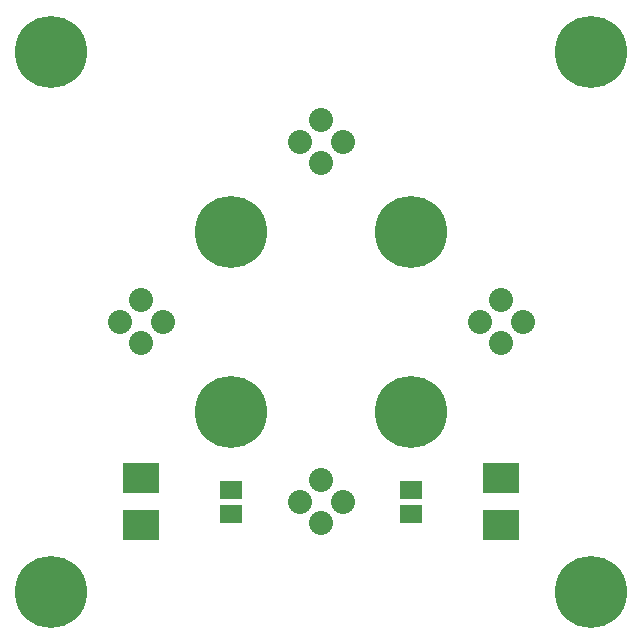
<source format=gbs>
G04 #@! TF.FileFunction,Soldermask,Bot*
%FSLAX46Y46*%
G04 Gerber Fmt 4.6, Leading zero omitted, Abs format (unit mm)*
G04 Created by KiCad (PCBNEW 4.0.5-e0-6337~49~ubuntu16.04.1) date Mon Jan  2 17:40:18 2017*
%MOMM*%
%LPD*%
G01*
G04 APERTURE LIST*
%ADD10C,0.254000*%
%ADD11R,1.930400X1.574800*%
%ADD12C,6.108000*%
%ADD13R,3.008000X2.508000*%
%ADD14C,2.032000*%
G04 APERTURE END LIST*
D10*
D11*
X38100000Y16256000D03*
X38100000Y14224000D03*
X22860000Y16256000D03*
X22860000Y14224000D03*
D12*
X53340000Y7620000D03*
X53340000Y53340000D03*
X38100000Y22860000D03*
X22860000Y22860000D03*
X7620000Y53340000D03*
X7620000Y7620000D03*
X22860000Y38100000D03*
X38100000Y38100000D03*
D13*
X15240000Y13240000D03*
X15240000Y17240000D03*
X45720000Y13240000D03*
X45720000Y17240000D03*
D14*
X15240000Y28683949D03*
X13443949Y30480000D03*
X15240000Y32276051D03*
X17036051Y30480000D03*
X28683949Y45720000D03*
X30480000Y47516051D03*
X32276051Y45720000D03*
X30480000Y43923949D03*
X30480000Y17036051D03*
X32276051Y15240000D03*
X30480000Y13443949D03*
X28683949Y15240000D03*
X47516051Y30480000D03*
X45720000Y28683949D03*
X43923949Y30480000D03*
X45720000Y32276051D03*
M02*

</source>
